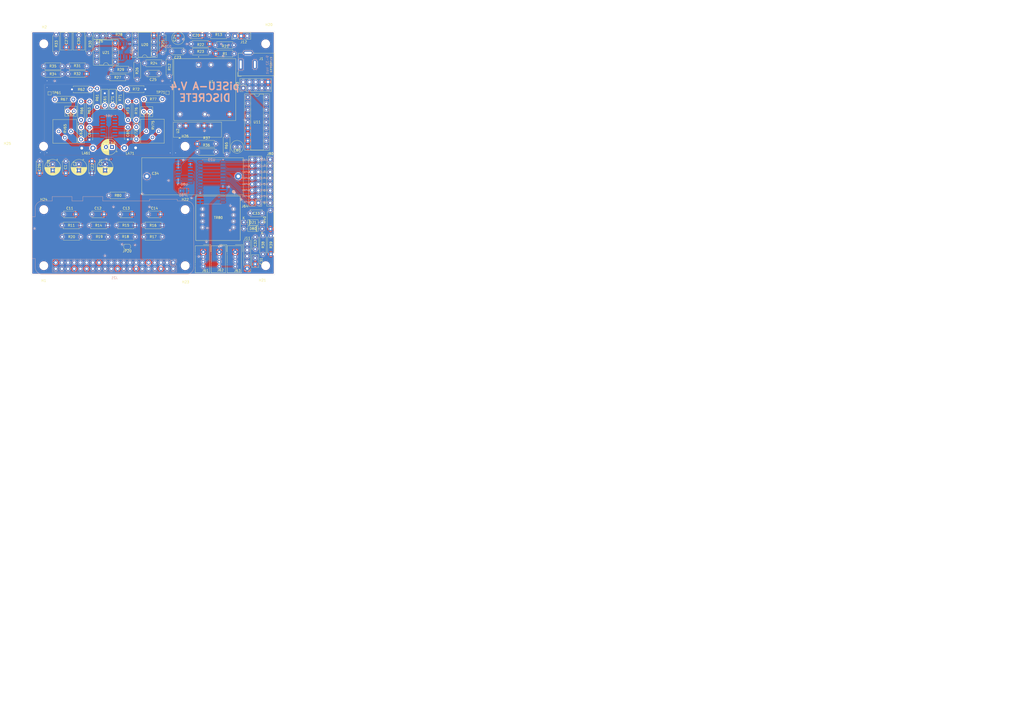
<source format=kicad_pcb>
(kicad_pcb (version 20241229) (generator "pcbnew") (generator_version "9.0")
  (title_block (title "PiSEU-A") (date "2025-11-15") (rev "2") (company "WolfHenk for I-Telex / PiTelex"))
  (layers (0 "F.Cu" signal) (4 "In1.Cu" signal) (6 "In2.Cu" signal) (2 "B.Cu" signal) (13 "F.Paste" user) (15 "B.Paste" user) (5 "F.SilkS" user "F.Silkscreen") (7 "B.SilkS" user "B.Silkscreen") (1 "F.Mask" user) (3 "B.Mask" user) (25 "Edge.Cuts" user))
  (net 0 "")
  (net 1 "-5V")
  (net 2 "+5V")
  (net 3 "/GND")
  (net 4 "Net-(J11-Pin_5)")
  (net 5 "/IN_RAW")
  (net 6 "Net-(J11-Pin_4)")
  (net 7 "Net-(J11-Pin_3)")
  (net 8 "Net-(J11-Pin_2)")
  (net 9 "/VRef")
  (net 10 "/VIN")
  (net 11 "/500HZ")
  (net 12 "Net-(U22A-Cext)")
  (net 13 "/700HZ")
  (net 14 "Net-(U22A-RCext)")
  (net 15 "/VDC1")
  (net 16 "/VDC")
  (net 17 "/LimOut")
  (net 18 "Net-(U20A--)")
  (net 19 "/SQ")
  (net 20 "/PULSE")
  (net 21 "Net-(U61C-+)")
  (net 22 "Net-(C62-Pad1)")
  (net 23 "Net-(C63-Pad2)")
  (net 24 "Net-(U61B-+)")
  (net 25 "Net-(C72-Pad1)")
  (net 26 "/VTH")
  (net 27 "Net-(C73-Pad2)")
  (net 28 "Net-(C32-Pad2)")
  (net 30 "Net-(C32-Pad1)")
  (net 31 "Net-(C33-Pad2)")
  (net 32 "Net-(C33-Pad1)")
  (net 33 "/pin_relay")
  (net 34 "/3v3")
  (net 35 "/pi-5V")
  (net 36 "/pin_txd")
  (net 37 "/pin_number_switch")
  (net 38 "/pin_power")
  (net 39 "Net-(D21-A)")
  (net 40 "Net-(C34-Pad2)")
  (net 41 "/pin_rxd")
  (net 42 "/ToneOut")
  (net 43 "Net-(C80-Pad2)")
  (net 44 "/BTN1")
  (net 45 "/UIN")
  (net 48 "/CTR")
  (net 51 "Net-(D21-K)")
  (net 56 "Net-(U1--VIN)")
  (net 58 "Net-(J13-Pin_5)")
  (net 59 "Net-(J13-Pin_1)")
  (net 61 "/TXD")
  (net 63 "Net-(J13-Pin_2)")
  (net 64 "/RelaisAUX")
  (net 65 "/BTN4")
  (net 66 "/BTN2")
  (net 67 "/BTN3")
  (net 69 "Net-(J13-Pin_3)")
  (net 70 "Net-(J13-Pin_4)")
  (net 73 "/Pi_OFF")
  (net 74 "/PI_ON")
  (net 76 "/ext_pow")
  (net 77 "Net-(J80-Pin_4)")
  (net 79 "Net-(JP80-C)")
  (net 80 "Net-(LA61-+)")
  (net 81 "Net-(LA71-+)")
  (net 82 "Net-(R61-Pad2)")
  (net 83 "Net-(R63-Pad1)")
  (net 84 "Net-(R71-Pad2)")
  (net 85 "Net-(R73-Pad1)")
  (net 86 "Net-(U80-C)")
  (net 99 "/SDA")
  (net 104 "Net-(U23-A2)")
  (net 109 "Net-(U80-B)")
  (net 110 "Net-(U80-A)")
  (net 114 "Net-(C23-Pad2)")
  (net 115 "/SEND SPACE")
  (net 116 "/SEND MARK")
  (net 117 "/GPA0")
  (net 118 "/GPA1")
  (net 119 "/GPA2")
  (net 120 "/GPA7")
  (net 121 "/GPA6")
  (net 122 "/GPA4")
  (net 123 "/GPA3")
  (net 124 "/GPA5")
  (net 125 "/GPB7")
  (net 126 "/GPB1")
  (net 127 "/GPB0")
  (net 128 "/GPB6")
  (net 129 "/GPB2")
  (net 130 "/GPB3")
  (net 131 "/GPB4")
  (net 132 "/GPB5")
  (footprint "MountingHole:MountingHole_3.2mm_M3" (layer "F.Cu") (at 75.906 108.922)
    (property "Reference" "H23")
    (property "Value" "MountingHole")
  )
  (footprint "MountingHole:MountingHole_3.2mm_M3" (layer "F.Cu") (at 75.88 59.96)
    (property "Reference" "H26")
    (property "Value" "MountingHole")
  )
  (footprint "Resistor_THT:R_Axial_DIN0207_L6.3mm_D2.5mm_P7.62mm_Horizontal" (layer "F.Cu") (at 107.83 104.23 90)
    (property "Reference" "R38")
    (property "Value" "3k3")
  )
  (footprint "Capacitor_THT:C_Rect_L41.5mm_W15.0mm_P37.50mm_MKS4" (layer "F.Cu") (at 60.19 72.27)
    (property "Reference" "C34")
    (property "Value" "1µF 630V")
  )
  (footprint "Resistor_THT:R_Axial_DIN0207_L6.3mm_D2.5mm_P7.62mm_Horizontal" (layer "F.Cu") (at 95.91 18.47 180)
    (property "Reference" "R21")
    (property "Value" "100k")
  )
  (footprint "Diode_THT:D_DO-35_SOD27_P7.62mm_Horizontal" (layer "F.Cu") (at 99.92 91.17)
    (property "Reference" "D21")
    (property "Value" "1N4148W")
  )
  (footprint "Resistor_THT:R_Axial_DIN0207_L6.3mm_D2.5mm_P7.62mm_Horizontal" (layer "F.Cu") (at 25.43 97.08)
    (property "Reference" "R20")
    (property "Value" "3k3")
  )
  (footprint "Resistor_THT:R_Axial_DIN0207_L6.3mm_D2.5mm_P7.62mm_Horizontal" (layer "F.Cu") (at 17.823 27.127)
    (property "Reference" "R35")
    (property "Value" "330k")
  )
  (footprint "Resistor_THT:R_Axial_DIN0207_L6.3mm_D2.5mm_P7.62mm_Horizontal" (layer "F.Cu") (at 52.425 41.55 -90)
    (property "Reference" "R73")
    (property "Value" "22 0.1%")
  )
  (footprint "Capacitor_THT:CP_Radial_D6.3mm_P2.50mm" (layer "F.Cu") (at 45.89 60.25 180)
    (property "Reference" "C66")
    (property "Value" "100µF")
  )
  (footprint "Capacitor_THT:C_Rect_L4.6mm_W3.8mm_P2.50mm_MKS02_FKP02" (layer "F.Cu") (at 30.225 45.58 180)
    (property "Reference" "C63")
    (property "Value" "1µF")
  )
  (footprint "Resistor_THT:R_Axial_DIN0207_L6.3mm_D2.5mm_P7.62mm_Horizontal" (layer "F.Cu") (at 93.43 14.39 180)
    (property "Reference" "R13")
    (property "Value" "10k")
  )
  (footprint "MountingHole:MountingHole_3.2mm_M3" (layer "F.Cu") (at 75.896 85.922)
    (property "Reference" "H22")
    (property "Value" "MountingHole")
  )
  (footprint "Capacitor_THT:C_Radial_D5.0mm_H7.0mm_P2.00mm" (layer "F.Cu") (at 98.2 60.16 180)
    (property "Reference" "C80")
    (property "Value" "10µF")
  )
  (footprint "Resistor_THT:R_Axial_DIN0207_L6.3mm_D2.5mm_P7.62mm_Horizontal" (layer "F.Cu") (at 37.085 36.6 180)
    (property "Reference" "R62")
    (property "Value" "22 0.1%")
  )
  (footprint "Capacitor_THT:C_Disc_D8.0mm_W2.5mm_P5.00mm" (layer "F.Cu") (at 33.185 52.16 -90)
    (property "Reference" "C62")
    (property "Value" "100nF 1%")
  )
  (footprint "Diode_THT:D_DO-35_SOD27_P7.62mm_Horizontal" (layer "F.Cu") (at 107.53 93.78 180)
    (property "Reference" "D80")
    (property "Value" "1N4148W")
  )
  (footprint "Package_DIP:DIP-8_W7.62mm_Socket" (layer "F.Cu") (at 63.1 22.09 180)
    (property "Reference" "U20")
    (property "Value" "MCP6002‑E/P")
  )
  (footprint "Resistor_THT:R_Axial_DIN0207_L6.3mm_D2.5mm_P7.62mm_Horizontal" (layer "F.Cu") (at 55.35 92.41 180)
    (property "Reference" "R15")
    (property "Value" "1k")
  )
  (footprint "Resistor_THT:R_Axial_DIN0207_L6.3mm_D2.5mm_P7.62mm_Horizontal" (layer "F.Cu") (at 36.6 97.08)
    (property "Reference" "R19")
    (property "Value" "3k3" (hide yes))
  )
  (footprint "Capacitor_THT:CP_Radial_D6.3mm_P2.50mm" (layer "F.Cu") (at 21.538 67.33 -90)
    (property "Reference" "C28")
    (property "Value" "100µF")
  )
  (footprint "Connector_PinHeader_2.54mm:PinHeader_1x08_P2.54mm_Vertical" (layer "F.Cu") (at 110.8 65.38)
    (property "Reference" "J80")
    (property "Value" "ADO 8-Dose")
  )
  (footprint "footprints:TRANS_LM-NP-1005L_BRN" (layer "F.Cu") (at 95.74 85.66 -90)
    (property "Reference" "TR80")
    (property "Value" "BOURNS LM-NP-1005-L")
  )
  (footprint "Capacitor_THT:C_Disc_D4.7mm_W2.5mm_P5.00mm" (layer "F.Cu") (at 26.916 66.01238 -90)
    (property "Reference" "C1")
    (property "Value" "100nF")
  )
  (footprint "Resistor_THT:R_Axial_DIN0207_L6.3mm_D2.5mm_P7.62mm_Horizontal" (layer "F.Cu") (at 53.24 28.48 180)
    (property "Reference" "R29")
    (property "Value" "10k")
  )
  (footprint "Capacitor_THT:C_Disc_D4.7mm_W2.5mm_P5.00mm" (layer "F.Cu") (at 37.6167 87.88)
    (property "Reference" "C12")
    (property "Value" "100nF")
  )
  (footprint "MountingHole:MountingHole_3.2mm_M3" (layer "F.Cu") (at 17.9 108.93)
    (property "Reference" "H1")
    (property "Value" "MountingHole")
  )
  (footprint "Resistor_THT:R_Axial_DIN0207_L6.3mm_D2.5mm_P7.62mm_Horizontal" (layer "F.Cu") (at 39.775 43.85 90)
    (property "Reference" "R61")
    (property "Value" "3k16 0.1%")
  )
  (footprint "Resistor_THT:R_Axial_DIN0207_L6.3mm_D2.5mm_P7.62mm_Horizontal" (layer "F.Cu") (at 22.9325 21.74 90)
    (property "Reference" "R33")
    (property "Value" "4k7")
  )
  (footprint "Connector_PinHeader_2.54mm:PinHeader_1x05_P2.54mm_Vertical" (layer "F.Cu") (at 101.35 110.13 180)
    (property "Reference" "J11")
    (property "Value" "Buttons")
  )
  (footprint "Capacitor_THT:C_Disc_D4.7mm_W2.5mm_P5.00mm" (layer "F.Cu") (at 49.2033 87.88)
    (property "Reference" "C13")
    (property "Value" "100nF")
  )
  (footprint "Package_DIP:DIP-8_W7.62mm_Socket" (layer "F.Cu") (at 47.21 25.28 180)
    (property "Reference" "U21")
    (property "Value" "LM393")
  )
  (footprint "Capacitor_THT:C_Rect_L7.0mm_W4.5mm_P5.00mm" (layer "F.Cu") (at 32.2975 14.32 -90)
    (property "Reference" "C30")
    (property "Value" "220nF")
  )
  (footprint "Capacitor_THT:C_Rect_L7.0mm_W4.5mm_P5.00mm" (layer "F.Cu") (at 27.115 14.32 -90)
    (property "Reference" "C27")
    (property "Value" "150nF")
  )
  (footprint "Resistor_THT:R_Axial_DIN0207_L6.3mm_D2.5mm_P7.62mm_Horizontal" (layer "F.Cu") (at 33.205 49.15 90)
    (property "Reference" "R66")
    (property "Value" "3k16 0.1%")
  )
  (footprint "Capacitor_THT:C_Disc_D4.7mm_W2.5mm_P5.00mm" (layer "F.Cu") (at 16.16 66.01238 -90)
    (property "Reference" "C29")
    (property "Value" "100nF")
  )
  (footprint "Connector_PinHeader_2.54mm:PinHeader_2x05_P2.54mm_Vertical" (layer "F.Cu") (at 99.74 36.09 90)
    (property "Reference" "J13")
    (property "Value" "Outputs")
  )
  (footprint "MountingHole:MountingHole_3.2mm_M3" (layer "F.Cu") (at 17.906 85.932)
    (property "Reference" "H24")
    (property "Value" "MountingHole")
  )
  (footprint "Resistor_THT:R_Axial_DIN0207_L6.3mm_D2.5mm_P7.62mm_Horizontal" (layer "F.Cu") (at 111.06 104.25 90)
    (property "Reference" "R39")
    (property "Value" "1k6")
  )
  (footprint "Capacitor_THT:C_Disc_D8.0mm_W2.5mm_P5.00mm" (layer "F.Cu") (at 55.845 52.09 -90)
    (property "Reference" "C72")
    (property "Value" "100nF 1%")
  )
  (footprint "Capacitor_THT:C_Disc_D4.7mm_W2.5mm_P5.00mm" (layer "F.Cu") (at 65.22 30.09 180)
    (property "Reference" "C25")
    (property "Value" "100nF")
  )
  (footprint "Capacitor_THT:C_Disc_D4.7mm_W2.5mm_P5.00mm" (layer "F.Cu") (at 52.365 52.15 -90)
    (property "Reference" "C65")
    (property "Value" "100nF")
  )
  (footprint "Resistor_THT:R_Axial_DIN0207_L6.3mm_D2.5mm_P7.62mm_Horizontal" (layer "F.Cu") (at 35.458 27.123 180)
    (property "Reference" "R31")
    (property "Value" "27k")
  )
  (footprint "Resistor_THT:R_Axial_DIN0207_L6.3mm_D2.5mm_P7.62mm_Horizontal" (layer "F.Cu") (at 56.23 32.55 90)
    (property "Reference" "R26")
    (property "Value" "47k")
  )
  (footprint "Capacitor_THT:C_Disc_D4.7mm_W2.5mm_P5.00mm" (layer "F.Cu") (at 77.95 14.39)
    (property "Reference" "C20")
    (property "Value" "100nF")
  )
  (footprint "Connector:NS-Tech_Grove_1x04_P2mm_Vertical" (layer "F.Cu") (at 96.4417 103.28)
    (property "Reference" "J63")
    (property "Value" "I2C GROVE")
  )
  (footprint "Capacitor_THT:C_Disc_D5.0mm_W2.5mm_P2.50mm" (layer "F.Cu") (at 104.64 105.8 -90)
    (property "Reference" "C31")
    (property "Value" "10nF")
  )
  (footprint "MountingHole:MountingHole_3.2mm_M3" (layer "F.Cu") (at 17.9 17.9)
    (property "Reference" "H2")
    (property "Value" "MountingHole")
  )
  (footprint "Potentiometer_THT:Potentiometer_Bourns_3386P_Vertical" (layer "F.Cu") (at 23.975 53.85 -90)
    (property "Reference" "RV65")
    (property "Value" "500")
  )
  (footprint "Resistor_THT:R_Axial_DIN0207_L6.3mm_D2.5mm_P7.62mm_Horizontal" (layer "F.Cu") (at 96.03 21.92 180)
    (property "Reference" "R1")
    (property "Value" "3k3")
  )
  (footprint "Resistor_THT:R_Axial_DIN0207_L6.3mm_D2.5mm_P7.62mm_Horizontal" (layer "F.Cu") (at 69.43 31.25 90)
    (property "Reference" "R12")
    (property "Value" "10k")
  )
  (footprint "Resistor_THT:R_Axial_DIN0207_L6.3mm_D2.5mm_P7.62mm_Horizontal" (layer "F.Cu") (at 44.54 80.1)
    (property "Reference" "R80")
    (property "Value" "200")
  )
  (footprint "MountingHole:MountingHole_3.2mm_M3" (layer "F.Cu") (at 17.8 59.96)
    (property "Reference" "H25")
    (property "Value" "MountingHole")
  )
  (footprint "Resistor_THT:R_Axial_DIN0207_L6.3mm_D2.5mm_P7.62mm_Horizontal" (layer "F.Cu") (at 66.52 92.41 180)
    (property "Reference" "R16")
    (property "Value" "1k")
  )
  (footprint "Connector:NS-Tech_Grove_1x04_P2mm_Vertical" (layer "F.Cu") (at 89.9 103.28)
    (property "Reference" "J62")
    (property "Value" "I2C GROVE")
  )
  (footprint "Capacitor_THT:C_Disc_D4.7mm_W2.5mm_P5.00mm" (layer "F.Cu") (at 102.52 87.44)
    (property "Reference" "C33")
    (property "Value" "1.5nF")
  )
  (footprint "Resistor_THT:R_Axial_DIN0207_L6.3mm_D2.5mm_P7.62mm_Horizontal" (layer "F.Cu") (at 80.88 58.94)
    (property "Reference" "R37")
    (property "Value" "1k")
  )
  (footprint "Resistor_THT:R_Axial_DIN0207_L6.3mm_D2.5mm_P7.62mm_Horizontal" (layer "F.Cu") (at 85.97 17.96 180)
    (property "Reference" "R22")
    (property "Value" "100k")
  )
  (footprint "Resistor_THT:R_Axial_DIN0207_L6.3mm_D2.5mm_P7.62mm_Horizontal" (layer "F.Cu") (at 86.02 21.14 180)
    (property "Reference" "R23")
    (property "Value" "1k6")
  )
  (footprint "Resistor_THT:R_Axial_DIN0207_L6.3mm_D2.5mm_P7.62mm_Horizontal" (layer "F.Cu") (at 51.935 36.53)
    (property "Reference" "R72")
    (property "Value" "22 0.1%")
  )
  (footprint "Resistor_THT:R_Axial_DIN0207_L6.3mm_D2.5mm_P7.62mm_Horizontal" (layer "F.Cu") (at 58.94 97.08)
    (property "Reference" "R17")
    (property "Value" "3k3")
  )
  (footprint "Capacitor_THT:C_Disc_D4.7mm_W2.5mm_P5.00mm" (layer "F.Cu") (at 26.03 87.88)
    (property "Reference" "C11")
    (property "Value" "100nF")
  )
  (footprint "Resistor_THT:R_Axial_DIN0207_L6.3mm_D2.5mm_P7.62mm_Horizontal" (layer "F.Cu") (at 36.625 41.6 -90)
    (property "Reference" "R63")
    (property "Value" "22 0.1%")
  )
  (footprint "Capacitor_THT:C_Disc_D5.0mm_W2.5mm_P2.50mm" (layer "F.Cu") (at 39.6625 14.57)
    (property "Reference" "C26")
    (property "Value" "10nF")
  )
  (footprint "Connector_PinHeader_2.54mm:PinHeader_2x08_P2.54mm_Vertical" (layer "F.Cu") (at 105.935 83.14 180)
    (property "Reference" "J64")
    (property "Value" "I2C-OUTPUTS")
  )
  (footprint "MountingHole:MountingHole_3.2mm_M3" (layer "F.Cu") (at 108.92 108.92)
    (property "Reference" "H21")
    (property "Value" "MountingHole")
  )
  (footprint "Capacitor_THT:C_Radial_D5.0mm_H7.0mm_P2.00mm" (layer "F.Cu") (at 72.97 16.59 90)
    (property "Reference" "C24")
    (property "Value" "10µF")
  )
  (footprint "Resistor_THT:R_Axial_DIN0207_L6.3mm_D2.5mm_P7.62mm_Horizontal" (layer "F.Cu") (at 66.565 40.62 180)
    (property "Reference" "R77")
    (property "Value" "1k")
  )
  (footprint "Connector:NS-Tech_Grove_1x04_P2mm_Vertical" (layer "F.Cu") (at 83.3583 103.28)
    (property "Reference" "J61")
    (property "Value" "I2C GROVE")
  )
  (footprint "REC10K-2405SAW_H2:CONV_REC10K-2405SAW_H2" (layer "F.Cu") (at 83.96 36.67 -90)
    (property "Reference" "U1")
    (property "Value" "REC10K-2405SAW_H2")
  )
  (footprint "Resistor_THT:R_Axial_DIN0207_L6.3mm_D2.5mm_P7.62mm_Horizontal" (layer "F.Cu") (at 52 31.71 180)
    (property "Reference" "R27")
    (property "Value" "1000k")
  )
  (footprint "Capacitor_THT:C_Disc_D8.0mm_W2.5mm_P5.00mm" (layer "F.Cu") (at 46.155 43.18 90)
    (property "Reference" "C71")
    (property "Value" "100nF 1%")
  )
  (footprint "Capacitor_THT:CP_Radial_D6.3mm_P2.50mm" (layer "F.Cu") (at 32.294 67.33 -90)
    (property "Reference" "C2")
    (property "Value" "100µF")
  )
  (footprint "Jumper:SolderJumper-2_P1.3mm_Open_RoundedPad1.0x1.5mm" (layer "F.Cu") (at 52.096 101.132 180)
    (property "Reference" "JP20")
    (property "Value" "NumSw")
  )
  (footprint "Capacitor_THT:C_Disc_D4.7mm_W2.5mm_P5.00mm" (layer "F.Cu") (at 60.79 87.88)
    (property "Reference" "C14")
    (property "Value" "100nF")
  )
  (footprint "Capacitor_THT:C_Disc_D4.7mm_W2.5mm_P5.00mm" (layer "F.Cu") (at 104.66 102.17 90)
    (property "Reference" "C32")
    (property "Value" "100nF")
  )
  (footprint "Resistor_THT:R_Axial_DIN0207_L6.3mm_D2.5mm_P7.62mm_Horizontal" (layer "F.Cu") (at 35.448 30.253 180)
    (property "Reference" "R32")
    (property "Value" "10k")
  )
  (footprint "Resistor_THT:R_Axial_DIN0207_L6.3mm_D2.5mm_P7.62mm_Horizontal" (layer "F.Cu") (at 80.91 62.27)
    (property "Reference" "R36")
    (property "Value" "22k")
  )
  (footprint "Capacitor_THT:CP_Radial_D6.3mm_P2.50mm" (layer "F.Cu") (at 43.05 67.33 -90)
    (property "Reference" "C21")
    (property "Value" "100µF")
  )
  (footprint "Resistor_THT:R_Axial_DIN0207_L6.3mm_D2.5mm_P7.62mm_Horizontal" (layer "F.Cu") (at 25.478 30.293 180)
    (property "Reference" "R34")
    (property "Value" "10k")
  )
  (footprint "Capacitor_THT:C_Rect_L4.6mm_W3.8mm_P2.50mm_MKS02_FKP02" (layer "F.Cu") (at 58.895 45.78)
    (property "Reference" "C73")
    (property "Value" "1µF")
  )
  (footprint "Connector_PinHeader_2.54mm:PinHeader_1x03_P2.54mm_Vertical" (layer "F.Cu") (at 96.3233 14.66 90)
    (property "Reference" "J12")
    (property "Value" "Conn_01x03_Pin")
  )
  (footprint "Capacitor_THT:C_Disc_D4.7mm_W2.5mm_P5.00mm" (layer "F.Cu") (at 37.672 71.01238 90)
    (property "Reference" "C22")
    (property "Value" "100nF")
  )
  (footprint "Resistor_THT:R_Axial_DIN0207_L6.3mm_D2.5mm_P7.62mm_Horizontal" (layer "F.Cu") (at 36.48 14.12 -90)
    (property "Reference" "R30")
    (property "Value" "10k")
  )
  (footprint "Converter_DCDC:Converter_DCDC_TRACO_TBA1-xxxxE_Dual_THT" (layer "F.Cu") (at 73.6 51.47 90)
    (property "Reference" "U2")
    (property "Value" "TBA1-0521E")
  )
  (footprint "TestPoint:TestPoint_Pad_1.0x1.0mm" (layer "F.Cu") (at 68.685 38 180)
    (property "Reference" "TP71")
    (property "Value" "700Hz")
  )
  (footprint "Resistor_THT:R_Axial_DIN0207_L6.3mm_D2.5mm_P7.62mm_Horizontal" (layer "F.Cu") (at 33.01 92.41 180)
    (property "Reference" "R11")
    (property "Value" "1k")
  )
  (footprint "Resistor_THT:R_Axial_DIN0207_L6.3mm_D2.5mm_P7.62mm_Horizontal" (layer "F.Cu") (at 110.89 93.86 90)
    (property "Reference" "R40")
    (property "Value" "330")
  )
  (footprint "Resistor_THT:R_Axial_DIN0207_L6.3mm_D2.5mm_P7.62mm_Horizontal" (layer "F.Cu") (at 49.255 43.79 90)
    (property "Reference" "R71")
    (property "Value" "2k26 0.1%")
  )
  (footprint "Connector_Wire:SolderWire-0.5sqmm_1x02_P4.6mm_D0.9mm_OD2.1mm" (layer "F.Cu") (at 33.465 60.7)
    (property "Reference" "LA61")
    (property "Value" "Lamp 3V 0.01A")
  )
  (footprint "Resistor_THT:R_Axial_DIN0207_L6.3mm_D2.5mm_P7.62mm_Horizontal" (layer "F.Cu") (at 66.67 21.49 90)
    (property "Reference" "R25")
    (property "Value" "1k")
  )
  (footprint "Connector_BarrelJack:BarrelJack_Wuerth_6941xx301002" (layer "F.Cu") (at 98.69 26.38 90)
    (property "Reference" "J1")
    (property "Value" "9-32v DC")
  )
  (footprint "Capacitor_THT:C_Disc_D8.0mm_W2.5mm_P5.00mm" (layer "F.Cu") (at 42.915 43.19 90)
    (property "Reference" "C61")
    (property "Value" "100nF 1%")
  )
  (footprint "Resistor_THT:R_Axial_DIN0207_L6.3mm_D2.5mm_P7.62mm_Horizontal" (layer "F.Cu") (at 52.53 14.49 180)
    (property "Reference" "R28")
    (property "Value" "22k")
  )
  (footprint "Resistor_THT:R_Axial_DIN0207_L6.3mm_D2.5mm_P7.62mm_Horizontal" (layer "F.Cu") (at 47.77 97.08)
    (property "Reference" "R18")
    (property "Value" "3k3")
  )
  (footprint "Capacitor_THT:C_Disc_D4.7mm_W2.5mm_P5.00mm" (layer "F.Cu") (at 75.33 21 180)
    (property "Reference" "C23")
    (property "Value" "100nF")
  )
  (footprint "Resistor_THT:R_Axial_DIN0207_L6.3mm_D2.5mm_P7.62mm_Horizontal" (layer "F.Cu") (at 22.395 40.74)
    (property "Reference" "R67")
    (property "Value" "1k")
  )
  (footprint "Capacitor_THT:C_Disc_D4.7mm_W2.5mm_P5.00mm" (layer "F.Cu") (at 36.635 57.26 90)
    (property "Reference" "C64")
    (property "Value" "100nF")
  )
  (footprint "Package_DIP:DIP-18_W7.62mm_Socket" (layer "F.Cu") (at 101.58 39.83)
    (property "Reference" "U11")
    (property "Value" "ULN2803A")
  )
  (footprint "MountingHole:MountingHole_3.2mm_M3" (layer "F.Cu") (at 108.92 17.9)
    (property "Reference" "H20")
    (property "Value" "MountingHole")
  )
  (footprint "Potentiometer_THT:Potentiometer_Bourns_3386P_Vertical" (layer "F.Cu") (at 59.945 53.77 -90)
    (property "Reference" "RV75")
    (property "Value" "500")
  )
  (footprint "TestPoint:TestPoint_Pad_1.0x1.0mm" (layer "F.Cu") (at 20.315 38.2 180)
    (property "Reference" "TP61")
    (property "Value" "500Hz")
  )
  (footprint "Connector_Wire:SolderWire-0.5sqmm_1x02_P4.6mm_D0.9mm_OD2.1mm" (layer "F.Cu") (at 55.565 60.58 180)
    (property "Reference" "LA71")
    (property "Value" "Lamp 3V 0.01A")
  )
  (footprint "Resistor_THT:R_Axial_DIN0207_L6.3mm_D2.5mm_P7.62mm_Horizontal" (layer "F.Cu") (at 92.93 55.65 -90)
    (property "Reference" "R65")
    (property "Value" "10k")
  )
  (footprint "Resistor_THT:R_Axial_DIN0207_L6.3mm_D2.5mm_P7.62mm_Horizontal" (layer "F.Cu") (at 66.87 25.88 180)
    (property "Reference" "R24")
    (property "Value" "1k")
  )
  (footprint "Resistor_THT:R_Axial_DIN0207_L6.3mm_D2.5mm_P7.62mm_Horizontal" (layer "F.Cu") (at 55.835 49.08 90)
    (property "Reference" "R76")
    (property "Value" "2k26 0.1%")
  )
  (footprint "Resistor_THT:R_Axial_DIN0207_L6.3mm_D2.5mm_P7.62mm_Horizontal" (layer "F.Cu") (at 44.18 92.41 180)
    (property "Reference" "R14")
    (property "Value" "1k")
  )
  (footprint "Jumper:SolderJumper-3_P1.3mm_Bridged12_Pad1.0x1.5mm" (layer "B.Cu") (at 75.24 78.23)
    (property "Reference" "JP80")
    (property "Value" "PosNeg")
  )
  (footprint "Package_SO:SOIC-16_3.9x9.9mm_P1.27mm" (layer "B.Cu") (at 75.535 70.495)
    (property "Reference" "U80")
    (property "Value" "CD4053B")
  )
  (footprint "Package_SO:SSOP-8_3.9x5.05mm_P1.27mm" (layer "B.Cu") (at 51.265 20.595 90)
    (property "Reference" "U22")
    (property "Value" "74LVC1G123")
  )
  (footprint "Package_SO:SOIC-14_3.9x8.7mm_P1.27mm" (layer "B.Cu") (at 44.58 51.86 180)
    (property "Reference" "U61")
    (property "Value" "OPA1679")
  )
  (footprint "Module:Raspberry_Pi_Zero_Socketed_THT_FaceDown_MountingHoles" (layer "B.Cu") (at 71.03 107.66 90)
    (property "Reference" "J21")
    (property "Value" "Raspberry_Pi_2x20_SMD_Passthrough")
  )
  (footprint "Package_SO:SOIC-28W_7.5x17.9mm_P1.27mm" (layer "B.Cu") (at 86.74 74.575 180)
    (property "Reference" "U23")
    (property "Value" "MCP23017_SO")
  )
  (footprint "Package_TO_SOT_SMD:SOT-23" (layer "B.Cu") (at 67.26 17.48)
    (property "Reference" "D20")
    (property "Value" "BAT54S")
  )
  (gr_rect (start 12.7 12.7) (end 112.7 112.7) (stroke (width 0.05)) (fill no) (layer "Edge.Cuts"))
  (gr_text "1\n\n2\n\n3\n\n4\n\n5\n\n6\n\n7\n\n8" (at 107.92 83.71 0) (layer "F.SilkS") (effects (font (size 0.8 1) (thickness 0.1)) (justify left bottom)))
  (gr_text "center +" (at 111.56 29.72 90) (layer "F.SilkS") (effects (font (size 1 1) (thickness 0.1)) (justify left bottom)))
  (gr_text "GPA0\n\nGPA1\n\nGPA2\n\nGPA3\n\nGPA4\n\nGPA5\n\nGPA6\n\nGPA7\n" (at 109.82 83.27 0) (layer "B.SilkS") (effects (font (size 0.762 0.762) (thickness 0.1)) (justify left bottom mirror)))
  (gr_text "GPB0\n\nGPB1\n\nGPB2\n\nGPB3\n\nGPB4\n\nGPB5\n\nGPB6\n\nGPB7\n" (at 102.4 83.27 0) (layer "B.SilkS") (effects (font (size 0.762 0.762) (thickness 0.1)) (justify left bottom mirror)))
  (gr_text "piSEU-A V.4\nDISCRETE" (at 83.99 37.7 0) (layer "B.SilkS") (effects (font (size 3 3) (thickness 0.6) (bold yes)) (justify mirror)))
  (gr_text "9-32 Volt" (at 110.22 22.56 90) (layer "B.SilkS") (effects (font (size 1 1) (thickness 0.1)) (justify left bottom mirror)))
  (gr_text "center +" (at 111.71 23.17 90) (layer "B.SilkS") (effects (font (size 1 1) (thickness 0.1)) (justify left bottom mirror)))
  (segment (start 81.22 51.47) (end 83.34 53.59) (width 0.2) (layer "F.Cu") (net 1))
  (segment (start 83.34 53.59) (end 83.8 53.59) (width 0.2) (layer "F.Cu") (net 1))
  (via (at 43.575 65.21) (size 0.6) (drill 0.3) (layers "F.Cu" "B.Cu") (net 1))
  (via (at 83.8 53.59) (size 0.6) (drill 0.3) (layers "F.Cu" "B.Cu") (net 1))
  (via (at 73.06 67.32) (size 0.6) (drill 0.3) (layers "F.Cu" "B.Cu") (net 1))
  (segment (start 36.635 52.26) (end 41.705 52.26) (width 0.2) (layer "B.Cu") (net 1))
  (segment (start 43.27 51.86) (end 43.78 52.37) (width 0.2) (layer "B.Cu") (net 1))
  (segment (start 43.78 59.86) (end 43.39 60.25) (width 0.2) (layer "B.Cu") (net 1))
  (segment (start 42.105 51.86) (end 43.27 51.86) (width 0.2) (layer "B.Cu") (net 1))
  (segment (start 41.705 52.26) (end 42.105 51.86) (width 0.2) (layer "B.Cu") (net 1))
  (segment (start 43.78 52.37) (end 43.78 59.86) (width 0.2) (layer "B.Cu") (net 1))
  (via (at 45.575 65.23) (size 0.6) (drill 0.3) (layers "F.Cu" "B.Cu") (net 2))
  (via (at 73.94 78.23) (size 0.6) (drill 0.3) (layers "F.Cu" "B.Cu") (net 2))
  (segment (start 52.365 52.15) (end 47.345 52.15) (width 0.2) (layer "B.Cu") (net 2))
  (segment (start 47.345 52.15) (end 47.055 51.86) (width 0.2) (layer "B.Cu") (net 2))
  (segment (start 47.055 51.86) (end 45.85 51.86) (width 0.2) (layer "B.Cu") (net 2))
  (segment (start 73.94 78.23) (end 73.94 77.85) (width 0.2) (layer "B.Cu") (net 2))
  (segment (start 45.377995 59.737995) (end 45.89 60.25) (width 0.2) (layer "B.Cu") (net 2))
  (segment (start 45.377995 52.332005) (end 45.377995 59.737995) (width 0.2) (layer "B.Cu") (net 2))
  (segment (start 45.85 51.86) (end 45.377995 52.332005) (width 0.2) (layer "B.Cu") (net 2))
  (segment (start 76.85 74.94) (end 78.01 74.94) (width 0.2) (layer "B.Cu") (net 2))
  (segment (start 73.94 77.85) (end 76.85 74.94) (width 0.2) (layer "B.Cu") (net 2))
  (via (at 69.77 62.65) (size 0.6) (drill 0.3) (layers "F.Cu" "B.Cu") (net 3))
  (via (at 71.96 62.65) (size 0.6) (drill 0.3) (layers "F.Cu" "B.Cu") (net 3))
  (via (at 19.175 62.56) (size 0.6) (drill 0.3) (layers "F.Cu" "B.Cu") (net 3))
  (via (at 69.855 33.12) (size 0.6) (drill 0.3) (layers "F.Cu" "B.Cu") (net 3))
  (via (at 19.255 35.81) (size 0.6) (drill 0.3) (layers "F.Cu" "B.Cu") (net 3))
  (via (at 69.865 35.38) (size 0.6) (drill 0.3) (layers "F.Cu" "B.Cu") (net 3))
  (via (at 16.495 62.54) (size 0.6) (drill 0.3) (layers "F.Cu" "B.Cu") (net 3))
  (via (at 73.06 66.05) (size 0.6) (drill 0.3) (layers "F.Cu" "B.Cu") (net 3))
  (via (at 19.235 33.07) (size 0.6) (drill 0.3) (layers "F.Cu" "B.Cu") (net 3))
  (via (at 73.06 68.59) (size 0.6) (drill 0.3) (layers "F.Cu" "B.Cu") (net 3))
  (via (at 84.9698 93.4822) (size 0.6) (drill 0.3) (layers "F.Cu" "B.Cu") (net 5))
  (via (at 94.3472 94.3446) (size 0.6) (drill 0.3) (layers "F.Cu" "B.Cu") (net 6))
  (segment (start 47.77 97.08) (end 51.9685 97.08) (width 0.2) (layer "F.Cu") (net 7))
  (segment (start 51.9685 97.08) (end 55.333 100.4445) (width 0.2) (layer "F.Cu") (net 7))
  (via (at 55.333 100.4445) (size 0.6) (drill 0.3) (layers "F.Cu" "B.Cu") (net 7))
  (segment (start 66.3225 14.2175) (end 66.3225 16.53) (width 0.2) (layer "B.Cu") (net 9))
  (segment (start 66.67 13.87) (end 66.3225 14.2175) (width 0.2) (layer "B.Cu") (net 9))
  (segment (start 66.3225 18.43) (end 66.3225 16.53) (width 0.2) (layer "B.Cu") (net 9))
  (segment (start 22.395 40.74) (end 20.315 38.66) (width 0.2) (layer "F.Cu") (net 11))
  (segment (start 20.315 38.66) (end 20.315 38.2) (width 0.2) (layer "F.Cu") (net 11))
  (via (at 73.03 74.96) (size 0.6) (drill 0.3) (layers "F.Cu" "B.Cu") (net 11))
  (via (at 22.395 33.12) (size 0.6) (drill 0.3) (layers "F.Cu" "B.Cu") (net 11))
  (segment (start 73.952654 74.96) (end 74.582654 74.33) (width 0.2) (layer "B.Cu") (net 11))
  (segment (start 78.966968 74.33) (end 79.686 73.610968) (width 0.2) (layer "B.Cu") (net 11))
  (segment (start 78.984999 69.86) (end 78.01 69.86) (width 0.2) (layer "B.Cu") (net 11))
  (segment (start 74.582654 74.33) (end 78.966968 74.33) (width 0.2) (layer "B.Cu") (net 11))
  (segment (start 73.03 74.96) (end 73.952654 74.96) (width 0.2) (layer "B.Cu") (net 11))
  (segment (start 79.686 73.610968) (end 79.686 70.561001) (width 0.2) (layer "B.Cu") (net 11))
  (segment (start 79.686 70.561001) (end 78.984999 69.86) (width 0.2) (layer "B.Cu") (net 11))
  (segment (start 50.63 17.773032) (end 50.63 17.92) (width 0.2) (layer "B.Cu") (net 12))
  (segment (start 42.1625 14.57) (end 43.1835 15.591) (width 0.2) (layer "B.Cu") (net 12))
  (segment (start 43.1835 15.591) (end 48.447968 15.591) (width 0.2) (layer "B.Cu") (net 12))
  (segment (start 48.447968 15.591) (end 50.63 17.773032) (width 0.2) (layer "B.Cu") (net 12))
  (segment (start 68.685 38.5) (end 68.685 38) (width 0.2) (layer "F.Cu") (net 13))
  (segment (start 66.565 40.62) (end 68.685 38.5) (width 0.2) (layer "F.Cu") (net 13))
  (via (at 73.05 73.66) (size 0.6) (drill 0.3) (layers "F.Cu" "B.Cu") (net 13))
  (via (at 66.565 33.13) (size 0.6) (drill 0.3) (layers "F.Cu" "B.Cu") (net 13))
  (segment (start 79.286 71.431001) (end 79.286 72.740968) (width 0.2) (layer "B.Cu") (net 13))
  (segment (start 78.957968 73.069) (end 73.641 73.069) (width 0.2) (layer "B.Cu") (net 13))
  (segment (start 79.286 72.740968) (end 78.957968 73.069) (width 0.2) (layer "B.Cu") (net 13))
  (segment (start 78.984999 71.13) (end 79.286 71.431001) (width 0.2) (layer "B.Cu") (net 13))
  (segment (start 78.01 71.13) (end 78.984999 71.13) (width 0.2) (layer "B.Cu") (net 13))
  (segment (start 73.641 73.069) (end 73.05 73.66) (width 0.2) (layer "B.Cu") (net 13))
  (segment (start 49.244999 14.49) (end 51.9 17.145001) (width 0.2) (layer "B.Cu") (net 14))
  (segment (start 51.9 17.145001) (end 51.9 17.92) (width 0.2) (layer "B.Cu") (net 14))
  (segment (start 44.91 14.49) (end 49.244999 14.49) (width 0.2) (layer "B.Cu") (net 14))
  (via (at 50.24 19.55) (size 0.6) (drill 0.3) (layers "F.Cu" "B.Cu") (net 17))
  (via (at 54.4455 20.6442) (size 0.6) (drill 0.3) (layers "F.Cu" "B.Cu") (net 17))
  (segment (start 49.59 20.2) (end 50.24 19.55) (width 0.2) (layer "B.Cu") (net 17))
  (segment (start 64.1085 22.09) (end 68.1975 18.001) (width 0.2) (layer "B.Cu") (net 17))
  (segment (start 47.21 20.2) (end 49.59 20.2) (width 0.2) (layer "B.Cu") (net 17))
  (segment (start 68.1975 18.001) (end 68.1975 17.48) (width 0.2) (layer "B.Cu") (net 17))
  (segment (start 63.1 22.09) (end 64.1085 22.09) (width 0.2) (layer "B.Cu") (net 17))
  (segment (start 47.21 25.28) (end 47.21 26.89) (width 0.2) (layer "B.Cu") (net 19))
  (segment (start 47.21 26.89) (end 45.62 28.48) (width 0.2) (layer "B.Cu") (net 19))
  (segment (start 51.9 23.27) (end 51.9 24.044999) (width 0.2) (layer "B.Cu") (net 19))
  (segment (start 44.38 29.76) (end 44.38 31.71) (width 0.2) (layer "B.Cu") (net 19))
  (segment (start 45.62 28.48) (end 45.62 28.52) (width 0.2) (layer "B.Cu") (net 19))
  (segment (start 45.62 28.52) (end 44.38 29.76) (width 0.2) (layer "B.Cu") (net 19))
  (segment (start 50.664999 25.28) (end 47.21 25.28) (width 0.2) (layer "B.Cu") (net 19))
  (segment (start 51.9 24.044999) (end 50.664999 25.28) (width 0.2) (layer "B.Cu") (net 19))
  (segment (start 39.44 18.78) (end 36.48 21.74) (width 0.2) (layer "B.Cu") (net 20))
  (segment (start 49.36 17.92) (end 48.5 18.78) (width 0.2) (layer "B.Cu") (net 20))
  (segment (start 48.5 18.78) (end 39.44 18.78) (width 0.2) (layer "B.Cu") (net 20))
  (segment (start 39.775 43.85) (end 42.255 43.85) (width 0.2) (layer "B.Cu") (net 21))
  (segment (start 35.085 50.76) (end 35.085 52.37) (width 0.2) (layer "B.Cu") (net 21))
  (segment (start 35.085 52.37) (end 36.435 53.72) (width 0.2) (layer "B.Cu") (net 21))
  (segment (start 36.625 49.22) (end 36.625 47) (width 0.2) (layer "B.Cu") (net 21))
  (segment (start 36.625 47) (end 39.775 43.85) (width 0.2) (layer "B.Cu") (net 21))
  (segment (start 36.625 49.22) (end 35.085 50.76) (width 0.2) (layer "B.Cu") (net 21))
  (segment (start 42.255 43.85) (end 42.915 43.19) (width 0.2) (layer "B.Cu") (net 21))
  (segment (start 36.435 53.72) (end 41.515 53.72) (width 0.2) (layer "B.Cu") (net 21))
  (segment (start 41.515 53.72) (end 42.105 53.13) (width 0.2) (layer "B.Cu") (net 21))
  (segment (start 33.185 49.17) (end 33.205 49.15) (width 0.2) (layer "B.Cu") (net 22))
  (segment (start 33.185 52.16) (end 33.185 49.17) (width 0.2) (layer "B.Cu") (net 22))
  (segment (start 30.015 40.74) (end 30.015 43.29) (width 0.2) (layer "B.Cu") (net 23))
  (segment (start 30.015 43.29) (end 27.725 45.58) (width 0.2) (layer "B.Cu") (net 23))
  (segment (start 53.955 50.7) (end 53.955 52.1171) (width 0.2) (layer "B.Cu") (net 24))
  (segment (start 49.255 43.79) (end 46.765 43.79) (width 0.2) (layer "B.Cu") (net 24))
  (segment (start 52.425 49.17) (end 53.955 50.7) (width 0.2) (layer "B.Cu") (net 24))
  (segment (start 52.425 46.96) (end 49.255 43.79) (width 0.2) (layer "B.Cu") (net 24))
  (segment (start 52.821 53.251) (end 47.176 53.251) (width 0.2) (layer "B.Cu") (net 24))
  (segment (start 46.765 43.79) (end 46.155 43.18) (width 0.2) (layer "B.Cu") (net 24))
  (segment (start 52.425 49.17) (end 52.425 46.96) (width 0.2) (layer "B.Cu") (net 24))
  (segment (start 47.176 53.251) (end 47.055 53.13) (width 0.2) (layer "B.Cu") (net 24))
  (segment (start 53.955 52.1171) (end 52.821 53.251) (width 0.2) (layer "B.Cu") (net 24))
  (segment (start 55.845 49.09) (end 55.835 49.08) (width 0.2) (layer "B.Cu") (net 25))
  (segment (start 55.845 52.09) (end 55.845 49.09) (width 0.2) (layer "B.Cu") (net 25))
  (segment (start 58.945 40.62) (end 58.945 43.33) (width 0.2) (layer "B.Cu") (net 27))
  (segment (start 58.945 43.33) (end 61.395 45.78) (width 0.2) (layer "B.Cu") (net 27))
  (via (at 81.4898 105.159) (size 0.6) (drill 0.3) (layers "F.Cu" "B.Cu") (net 33))
  (via (at 85.55 47.2182) (size 0.6) (drill 0.3) (layers "F.Cu" "B.Cu") (net 33))
  (segment (start 79.53 105.49) (end 80 105.96) (width 0.2) (layer "F.Cu") (net 34))
  (segment (start 71.41 105.49) (end 79.53 105.49) (width 0.2) (layer "F.Cu") (net 34))
  (segment (start 51.861 108.811) (end 69.879 108.811) (width 0.2) (layer "F.Cu") (net 34))
  (segment (start 80 105.96) (end 80.07 105.89) (width 0.2) (layer "F.Cu") (net 34))
  (segment (start 71.03 107.66) (end 71.03 105.87) (width 0.2) (layer "F.Cu") (net 34))
  (segment (start 71.03 105.87) (end 71.41 105.49) (width 0.2) (layer "F.Cu") (net 34))
  (segment (start 80.07 105.89) (end 82.7483 105.89) (width 0.2) (layer "F.Cu") (net 34))
  (segment (start 69.879 108.811) (end 71.03 107.66) (width 0.2) (layer "F.Cu") (net 34))
  (segment (start 82.7483 105.89) (end 83.3583 105.28) (width 0.2) (layer "F.Cu") (net 34))
  (segment (start 50.71 107.66) (end 51.861 108.811) (width 0.2) (layer "F.Cu") (net 34))
  (via (at 53.17 17.92) (size 0.6) (drill 0.3) (layers "F.Cu" "B.Cu") (net 34))
  (via (at 76.59 18) (size 0.6) (drill 0.3) (layers "F.Cu" "B.Cu") (net 34))
  (via (at 91.39 76.48) (size 0.6) (drill 0.3) (layers "F.Cu" "B.Cu") (net 34))
  (via (at 75.09 16.01) (size 0.6) (drill 0.3) (layers "F.Cu" "B.Cu") (net 34))
  (segment (start 51.035001 22.09) (end 55.48 22.09) (width 0.2) (layer "B.Cu") (net 34))
  (segment (start 53.17 17.92) (end 53.17 18.44) (width 0.2) (layer "B.Cu") (net 34))
  (segment (start 50.63 20.98) (end 50.63 23.27) (width 0.2) (layer "B.Cu") (net 34))
  (segment (start 50.63 22.495001) (end 51.035001 22.09) (width 0.2) (layer "B.Cu") (net 34))
  (segment (start 50.63 23.27) (end 50.63 22.495001) (width 0.2) (layer "B.Cu") (net 34))
  (segment (start 53.17 18.44) (end 50.63 20.98) (width 0.2) (layer "B.Cu") (net 34))
  (via (at 69.12 73.97) (size 0.6) (drill 0.3) (layers "F.Cu" "B.Cu") (net 35))
  (via (at 96.1882 79.027) (size 0.6) (drill 0.3) (layers "F.Cu" "B.Cu") (net 36))
  (via (at 58.2801 79.4459) (size 0.6) (drill 0.3) (layers "F.Cu" "B.Cu") (net 36))
  (segment (start 57.7922 79.9338) (end 57.7922 105.9705) (width 0.2) (layer "B.Cu") (net 36))
  (segment (start 58.33 107.66) (end 58.33 106.5083) (width 0.2) (layer "B.Cu") (net 36))
  (segment (start 58.2801 79.4459) (end 57.7922 79.9338) (width 0.2) (layer "B.Cu") (net 36))
  (segment (start 57.7922 105.9705) (end 58.33 106.5083) (width 0.2) (layer "B.Cu") (net 36))
  (segment (start 51.446 104.384) (end 48.17 107.66) (width 0.2) (layer "F.Cu") (net 37))
  (segment (start 51.446 101.132) (end 51.446 104.384) (width 0.2) (layer "F.Cu") (net 37))
  (via (at 84.6152 99.1406) (size 0.6) (drill 0.3) (layers "F.Cu" "B.Cu") (net 38))
  (via (at 87.7511 40.596) (size 0.6) (drill 0.3) (layers "F.Cu" "B.Cu") (net 38))
  (via (at 61.2272 84.8025) (size 0.6) (drill 0.3) (layers "F.Cu" "B.Cu") (net 39))
  (segment (start 52.746 101.132) (end 52.746 104.616) (width 0.2) (layer "F.Cu") (net 41))
  (segment (start 52.0145 100.0155) (end 52.746 100.747) (width 0.2) (layer "F.Cu") (net 41))
  (segment (start 50.2006 100.0155) (end 52.0145 100.0155) (width 0.2) (layer "F.Cu") (net 41))
  (segment (start 50.0595 100.1566) (end 50.2006 100.0155) (width 0.2) (layer "F.Cu") (net 41))
  (segment (start 52.746 104.616) (end 55.79 107.66) (width 0.2) (layer "F.Cu") (net 41))
  (segment (start 52.746 100.747) (end 52.746 101.132) (width 0.2) (layer "F.Cu") (net 41))
  (via (at 14.08 93.7) (size 0.6) (drill 0.3) (layers "F.Cu" "B.Cu") (net 41))
  (via (at 50.0595 100.1566) (size 0.6) (drill 0.3) (layers "F.Cu" "B.Cu") (net 41))
  (via (at 89.8661 101.0448) (size 0.6) (drill 0.3) (layers "F.Cu" "B.Cu") (net 41))
  (via (at 94.4321 84.3291) (size 0.6) (drill 0.3) (layers "F.Cu" "B.Cu") (net 42))
  (via (at 107.3519 64.9195) (size 0.6) (drill 0.3) (layers "F.Cu" "B.Cu") (net 51))
  (via (at 78.55 81.14) (size 0.6) (drill 0.3) (layers "F.Cu" "B.Cu") (net 61))
  (segment (start 78.01 66.05) (end 78.984999 66.05) (width 0.2) (layer "B.Cu") (net 61))
  (segment (start 80.086 79.604) (end 78.55 81.14) (width 0.2) (layer "B.Cu") (net 61))
  (segment (start 78.984999 66.05) (end 80.086 67.151001) (width 0.2) (layer "B.Cu") (net 61))
  (segment (start 80.086 67.151001) (end 80.086 79.604) (width 0.2) (layer "B.Cu") (net 61))
  (via (at 100.4213 49.067) (size 0.6) (drill 0.3) (layers "F.Cu" "B.Cu") (net 64))
  (via (at 42.9753 104.863) (size 0.6) (drill 0.3) (layers "F.Cu" "B.Cu") (net 64))
  (via (at 46.4917 84.8025) (size 0.6) (drill 0.3) (layers "F.Cu" "B.Cu") (net 64))
  (via (at 98.8889 81.8509) (size 0.6) (drill 0.3) (layers "F.Cu" "B.Cu") (net 64))
  (segment (start 100.4213 46.0687) (end 100.4213 49.067) (width 0.2) (layer "B.Cu") (net 64))
  (segment (start 101.58 44.91) (end 100.4213 46.0687) (width 0.2) (layer "B.Cu") (net 64))
  (segment (start 109.2 44.91) (end 102.28 37.99) (width 0.2) (layer "B.Cu") (net 69))
  (segment (start 102.28 37.99) (end 102.28 36.09) (width 0.2) (layer "B.Cu") (net 69))
  (via (at 90.6982 100.778) (size 0.6) (drill 0.3) (layers "F.Cu" "B.Cu") (net 73))
  (via (at 90.6982 18.01) (size 0.6) (drill 0.3) (layers "F.Cu" "B.Cu") (net 73))
  (segment (start 91.485 22.9134) (end 90.7684 23.63) (width 0.2) (layer "F.Cu") (net 74))
  (segment (start 90.7684 23.63) (end 69.43 23.63) (width 0.2) (layer "F.Cu") (net 74))
  (via (at 93.7574 76.6071) (size 0.6) (drill 0.3) (layers "F.Cu" "B.Cu") (net 74))
  (via (at 91.485 22.9134) (size 0.6) (drill 0.3) (layers "F.Cu" "B.Cu") (net 74))
  (via (at 93.7325 18.4025) (size 0.6) (drill 0.3) (layers "F.Cu" "B.Cu") (net 74))
  (segment (start 86 106.638) (end 83.3583 109.28) (width 0.2) (layer "B.Cu") (net 74))
  (segment (start 91.39 80.29) (end 91.8043 80.29) (width 0.2) (layer "B.Cu") (net 74))
  (segment (start 91.39 80.29) (end 89.4643 80.29) (width 0.2) (layer "B.Cu") (net 74))
  (segment (start 93.7574 78.3369) (end 93.7574 76.6071) (width 0.2) (layer "B.Cu") (net 74))
  (segment (start 89.9 109.28) (end 96.4417 109.28) (width 0.2) (layer "B.Cu") (net 74))
  (segment (start 83.3583 109.28) (end 89.9 109.28) (width 0.2) (layer "B.Cu") (net 74))
  (segment (start 91.8043 80.29) (end 93.7574 78.3369) (width 0.2) (layer "B.Cu") (net 74))
  (segment (start 86 83.7543) (end 86 106.638) (width 0.2) (layer "B.Cu") (net 74))
  (segment (start 89.4643 80.29) (end 86 83.7543) (width 0.2) (layer "B.Cu") (net 74))
  (via (at 75.108484 65.618484) (size 0.6) (drill 0.3) (layers "F.Cu" "B.Cu") (net 79))
  (via (at 78.01 67.32) (size 0.6) (drill 0.3) (layers "F.Cu" "B.Cu") (net 79))
  (segment (start 74.075968 66.651) (end 75.108484 65.618484) (width 0.2) (layer "B.Cu") (net 79))
  (segment (start 75.24 78.23) (end 75.24 78.782) (width 0.2) (layer "B.Cu") (net 79))
  (segment (start 74.741 79.281) (end 73.139 79.281) (width 0.2) (layer "B.Cu") (net 79))
  (segment (start 71.384 67.311032) (end 72.044032 66.651) (width 0.2) (layer "B.Cu") (net 79))
  (segment (start 78.01 67.32) (end 78.01 68.59) (width 0.2) (layer "B.Cu") (net 79))
  (segment (start 72.044032 66.651) (end 74.075968 66.651) (width 0.2) (layer "B.Cu") (net 79))
  (segment (start 75.24 78.782) (end 74.741 79.281) (width 0.2) (layer "B.Cu") (net 79))
  (segment (start 73.139 79.281) (end 71.384 77.526) (width 0.2) (layer "B.Cu") (net 79))
  (segment (start 71.384 77.526) (end 71.384 67.311032) (width 0.2) (layer "B.Cu") (net 79))
  (segment (start 38.065 60.7) (end 39.585279 60.7) (width 0.2) (layer "B.Cu") (net 80))
  (segment (start 39.585279 60.7) (end 43.38 56.905279) (width 0.2) (layer "B.Cu") (net 80))
  (segment (start 36.689 59.324) (end 29.449 59.324) (width 0.2) (layer "B.Cu") (net 80))
  (segment (start 43.38 56.905279) (end 43.38 54.700001) (width 0.2) (layer "B.Cu") (net 80))
  (segment (start 38.065 60.7) (end 36.689 59.324) (width 0.2) (layer "B.Cu") (net 80))
  (segment (start 43.38 54.700001) (end 43.079999 54.4) (width 0.2) (layer "B.Cu") (net 80))
  (segment (start 29.449 59.324) (end 26.515 56.39) (width 0.2) (layer "B.Cu") (net 80))
  (segment (start 26.515 56.39) (end 23.975 53.85) (width 0.2) (layer "B.Cu") (net 80))
  (segment (start 43.079999 54.4) (end 42.105 54.4) (width 0.2) (layer "B.Cu") (net 80))
  (segment (start 50.965 60.58) (end 49.445 60.58) (width 0.2) (layer "B.Cu") (net 81))
  (segment (start 46.13 54.4) (end 47.055 54.4) (width 0.2) (layer "B.Cu") (net 81))
  (segment (start 53.354 58.191) (end 50.965 60.58) (width 0.2) (layer "B.Cu") (net 81))
  (segment (start 60.604 58.191) (end 53.354 58.191) (width 0.2) (layer "B.Cu") (net 81))
  (segment (start 45.779 54.751) (end 46.13 54.4) (width 0.2) (layer "B.Cu") (net 81))
  (segment (start 49.445 60.58) (end 45.779 56.9143) (width 0.2) (layer "B.Cu") (net 81))
  (segment (start 45.779 56.9143) (end 45.779 54.751) (width 0.2) (layer "B.Cu") (net 81))
  (segment (start 65.025 53.77) (end 60.604 58.191) (width 0.2) (layer "B.Cu") (net 81))
  (segment (start 39.775 36.23) (end 37.455 36.23) (width 0.2) (layer "B.Cu") (net 82))
  (segment (start 37.455 36.23) (end 37.085 36.6) (width 0.2) (layer "B.Cu") (net 82))
  (segment (start 36.625 41.6) (end 33.275 41.6) (width 0.2) (layer "B.Cu") (net 83))
  (segment (start 33.275 41.6) (end 33.205 41.53) (width 0.2) (layer "B.Cu") (net 83))
  (segment (start 51.935 36.53) (end 49.615 36.53) (width 0.2) (layer "B.Cu") (net 84))
  (segment (start 49.615 36.53) (end 49.255 36.17) (width 0.2) (layer "B.Cu") (net 84))
  (segment (start 52.425 41.55) (end 55.745 41.55) (width 0.2) (layer "B.Cu") (net 85))
  (segment (start 55.745 41.55) (end 55.835 41.46) (width 0.2) (layer "B.Cu") (net 85))
  (segment (start 74.034999 71.13) (end 73.06 71.13) (width 0.2) (layer "B.Cu") (net 86))
  (segment (start 74.336 70.828999) (end 74.034999 71.13) (width 0.2) (layer "B.Cu") (net 86))
  (segment (start 74.336 67.71263) (end 74.336 70.828999) (width 0.2) (layer "B.Cu") (net 86))
  (segment (start 80.91 62.27) (end 79.77863 62.27) (width 0.2) (layer "B.Cu") (net 86))
  (segment (start 79.77863 62.27) (end 74.336 67.71263) (width 0.2) (layer "B.Cu") (net 86))
  (segment (start 86.9 107.28) (end 86.45 106.83) (width 0.2) (layer "B.Cu") (net 99))
  (segment (start 86.45 106.83) (end 86.56 106.72) (width 0.2) (layer "B.Cu") (net 99))
  (segment (start 88.76 81.56) (end 91.39 81.56) (width 0.2) (layer "B.Cu") (net 99))
  (segment (start 86.56 83.76) (end 88.76 81.56) (width 0.2) (layer "B.Cu") (net 99))
  (segment (start 86.56 106.72) (end 86.56 83.76) (width 0.2) (layer "B.Cu") (net 99))
  (segment (start 89.9 107.28) (end 86.9 107.28) (width 0.2) (layer "B.Cu") (net 99))
  (via (at 82.09 79.06) (size 0.6) (drill 0.3) (layers "F.Cu" "B.Cu") (net 104))
  (segment (start 82.09 80.29) (end 82.09 79.06) (width 0.2) (layer "B.Cu") (net 104))
  (segment (start 82.09 79.06) (end 82.09 79.02) (width 0.2) (layer "B.Cu") (net 104))
  (segment (start 71.784 72.701001) (end 71.784 74.010968) (width 0.2) (layer "B.Cu") (net 109))
  (segment (start 71.784 74.010968) (end 72.044032 74.271) (width 0.2) (layer "B.Cu") (net 109))
  (segment (start 72.044032 74.271) (end 74.075968 74.271) (width 0.2) (layer "B.Cu") (net 109))
  (segment (start 74.075968 74.271) (end 74.676968 73.67) (width 0.2) (layer "B.Cu") (net 109))
  (segment (start 72.085001 72.4) (end 71.784 72.701001) (width 0.2) (layer "B.Cu") (net 109))
  (segment (start 73.06 72.4) (end 72.085001 72.4) (width 0.2) (layer "B.Cu") (net 109))
  (segment (start 74.676968 73.67) (end 78.01 73.67) (width 0.2) (layer "B.Cu") (net 109))
  (segment (start 72.085001 69.86) (end 71.784 70.161001) (width 0.2) (layer "B.Cu") (net 110))
  (segment (start 71.784 70.161001) (end 71.784 71.470968) (width 0.2) (layer "B.Cu") (net 110))
  (segment (start 73.06 69.86) (end 72.085001 69.86) (width 0.2) (layer "B.Cu") (net 110))
  (segment (start 71.784 71.470968) (end 72.112032 71.799) (width 0.2) (layer "B.Cu") (net 110))
  (segment (start 77.409 71.799) (end 78.01 72.4) (width 0.2) (layer "B.Cu") (net 110))
  (segment (start 72.112032 71.799) (end 77.409 71.799) (width 0.2) (layer "B.Cu") (net 110))
  (segment (start 71.4713 22.1413) (end 77.3987 22.1413) (width 0.2) (layer "F.Cu") (net 114))
  (segment (start 70.33 21) (end 71.4713 22.1413) (width 0.2) (layer "F.Cu") (net 114))
  (segment (start 77.3987 22.1413) (end 78.4 21.14) (width 0.2) (layer "F.Cu") (net 114))
  (segment (start 29.055 53.85) (end 29.055 46.75) (width 0.2) (layer "B.Cu") (net 115))
  (segment (start 35.178 57.16) (end 33.185 57.16) (width 0.2) (layer "B.Cu") (net 115))
  (segment (start 42.105 55.67) (end 36.668 55.67) (width 0.2) (layer "B.Cu") (net 115))
  (segment (start 29.875 53.85) (end 29.055 53.85) (width 0.2) (layer "B.Cu") (net 115))
  (segment (start 36.668 55.67) (end 35.178 57.16) (width 0.2) (layer "B.Cu") (net 115))
  (segment (start 33.185 57.16) (end 29.875 53.85) (width 0.2) (layer "B.Cu") (net 115))
  (segment (start 29.055 46.75) (end 30.225 45.58) (width 0.2) (layer "B.Cu") (net 115))
  (segment (start 59.945 46.83) (end 58.895 45.78) (width 0.2) (layer "B.Cu") (net 116))
  (segment (start 59.945 53.77) (end 59.945 46.83) (width 0.2) (layer "B.Cu") (net 116))
  (segment (start 55.845 57.09) (end 59.165 53.77) (width 0.2) (layer "B.Cu") (net 116))
  (segment (start 47.055 55.67) (end 54.425 55.67) (width 0.2) (layer "B.Cu") (net 116))
  (segment (start 59.165 53.77) (end 59.945 53.77) (width 0.2) (layer "B.Cu") (net 116))
  (segment (start 54.425 55.67) (end 55.845 57.09) (width 0.2) (layer "B.Cu") (net 116))
  (segment (start 94.109 75.879) (end 82.759 75.879) (width 0.2) (layer "B.Cu") (net 117))
  (segment (start 104.784 84.291) (end 102.521 84.291) (width 0.2) (layer "B.Cu") (net 117))
  (segment (start 102.521 84.291) (end 94.109 75.879) (width 0.2) (layer "B.Cu") (net 117))
  (segment (start 105.935 83.14) (end 104.784 84.291) (width 0.2) (layer "B.Cu") (net 117))
  (segment (start 82.759 75.879) (end 82.09 75.21) (width 0.2) (layer "B.Cu") (net 117))
  (segment (start 82.09 73.94) (end 82.691 74.541) (width 0.2) (layer "B.Cu") (net 118))
  (segment (start 104.784 81.751) (end 105.935 80.6) (width 0.2) (layer "B.Cu") (net 118))
  (segment (start 101.357 81.751) (end 104.784 81.751) (width 0.2) (layer "B.Cu") (net 118))
  (segment (start 94.1472 74.541) (end 101.357 81.751) (width 0.2) (layer "B.Cu") (net 118))
  (segment (start 82.691 74.541) (end 94.1472 74.541) (width 0.2) (layer "B.Cu") (net 118))
  (segment (start 92.641 73.271) (end 93.111 73.741) (width 0.2) (layer "B.Cu") (net 119))
  (segment (start 93.111 73.741) (end 94.4785 73.741) (width 0.2) (layer "B.Cu") (net 119))
  (segment (start 99.9485 79.211) (end 104.784 79.211) (width 0.2) (layer "B.Cu") (net 119))
  (segment (start 82.09 72.67) (end 82.691 73.271) (width 0.2) (layer "B.Cu") (net 119))
  (segment (start 94.4785 73.741) (end 99.9485 79.211) (width 0.2) (layer "B.Cu") (net 119))
  (segment (start 104.784 79.211) (end 105.935 78.06) (width 0.2) (layer "B.Cu") (net 119))
  (segment (start 82.691 73.271) (end 92.641 73.271) (width 0.2) (layer "B.Cu") (net 119))
  (segment (start 82.691 66.921) (end 82.09 66.32) (width 0.2) (layer "B.Cu") (net 120))
  (segment (start 105.935 65.36) (end 104.546 66.749) (width 0.2) (layer "B.Cu") (net 120))
  (segment (start 104.546 66.749) (end 92.628 66.749) (width 0.2) (layer "B.Cu") (net 120))
  (segment (start 92.456 66.921) (end 82.691 66.921) (width 0.2) (layer "B.Cu") (net 120))
  (segment (start 92.628 66.749) (end 92.456 66.921) (width 0.2) (layer "B.Cu") (net 120))
  (segment (start 93.7276 69.051) (end 93.316 69.051) (width 0.2) (layer "B.Cu") (net 121))
  (segment (start 92.456 68.191) (end 82.691 68.191) (width 0.2) (layer "B.Cu") (net 121))
  (segment (start 82.691 68.191) (end 82.09 67.59) (width 0.2) (layer "B.Cu") (net 121))
  (segment (start 104.784 69.051) (end 98.4824 69.051) (width 0.2) (layer "B.Cu") (net 121))
  (segment (start 98.4314 69) (end 93.7786 69) (width 0.2) (layer "B.Cu") (net 121))
  (segment (start 93.316 69.051) (end 92.456 68.191) (width 0.2) (layer "B.Cu") (net 121))
  (segment (start 98.4824 69.051) (end 98.4314 69) (width 0.2) (layer "B.Cu") (net 121))
  (segment (start 93.7786 69) (end 93.7276 69.051) (width 0.2) (layer "B.Cu") (net 121))
  (segment (start 105.935 67.9) (end 104.784 69.051) (width 0.2) (layer "B.Cu") (net 121))
  (segment (start 104.784 74.131) (end 97.6424 74.131) (width 0.2) (layer "B.Cu") (net 122))
  (segment (start 92.667 71.01) (end 92.388 70.731) (width 0.2) (layer "B.Cu") (net 122))
  (segment (start 105.935 72.98) (end 104.784 74.131) (width 0.2) (layer "B.Cu") (net 122))
  (segment (start 94.0258 71.01) (end 92.667 71.01) (width 0.2) (layer "B.Cu") (net 122))
  (segment (start 96.9868 73.971) (end 94.0258 71.01) (width 0.2) (layer "B.Cu") (net 122))
  (segment (start 97.6424 74.131) (end 97.4824 73.971) (width 0.2) (layer "B.Cu") (net 122))
  (segment (start 92.388 70.731) (end 82.691 70.731) (width 0.2) (layer "B.Cu") (net 122))
  (segment (start 82.691 70.731) (end 82.09 70.13) (width 0.2) (layer "B.Cu") (net 122))
  (segment (start 97.4824 73.971) (end 96.9868 73.971) (width 0.2) (layer "B.Cu") (net 122))
  (segment (start 104.784 76.671) (end 98.5399 76.671) (width 0.2) (layer "B.Cu") (net 123))
  (segment (start 93.4824 72.941) (end 92.5424 72.001) (width 0.2) (layer "B.Cu") (net 123))
  (segment (start 94.8099 72.941) (end 93.4824 72.941) (width 0.2) (layer "B.Cu") (net 123))
  (segment (start 82.691 72.001) (end 82.09 71.4) (width 0.2) (layer "B.Cu") (net 123))
  (segment (start 92.5424 72.001) (end 82.691 72.001) (width 0.2) (layer "B.Cu") (net 123))
  (segment (start 105.935 75.52) (end 104.784 76.671) (width 0.2) (layer "B.Cu") (net 123))
  (segment (start 98.5399 76.671) (end 94.8099 72.941) (width 0.2) (layer "B.Cu") (net 123))
  (segment (start 99.9837 71.591) (end 98.2627 69.87) (width 0.2) (layer "B.Cu") (net 124))
  (segment (start 98.2627 69.87) (end 92.797 69.87) (width 0.2) (layer "B.Cu") (net 124))
  (segment (start 105.935 70.44) (end 104.784 71.591) (width 0.2) (layer "B.Cu") (net 124))
  (segment (start 104.784 71.591) (end 99.9837 71.591) (width 0.2) (layer "B.Cu") (net 124))
  (segment (start 82.691 69.461) (end 82.09 68.86) (width 0.2) (layer "B.Cu") (net 124))
  (segment (start 92.388 69.461) (end 82.691 69.461) (width 0.2) (layer "B.Cu") (net 124))
  (segment (start 92.797 69.87) (end 92.388 69.461) (width 0.2) (layer "B.Cu") (net 124))
  (segment (start 101.936 83.14) (end 103.395 83.14) (width 0.2) (layer "B.Cu") (net 125))
  (segment (start 91.39 75.21) (end 94.0057 75.21) (width 0.2) (layer "B.Cu") (net 125))
  (segment (start 94.0057 75.21) (end 101.936 83.14) (width 0.2) (layer "B.Cu") (net 125))
  (segment (start 91.39 67.59) (end 103.085 67.59) (width 0.2) (layer "B.Cu") (net 126))
  (segment (start 103.085 67.59) (end 103.395 67.9) (width 0.2) (layer "B.Cu") (net 126))
  (segment (start 102.435 66.32) (end 103.395 65.36) (width 0.2) (layer "B.Cu") (net 127))
  (segment (start 91.39 66.32) (end 102.435 66.32) (width 0.2) (layer "B.Cu") (net 127))
  (segment (start 94.3129 74.141) (end 92.9367 74.141) (width 0.2) (layer "B.Cu") (net 128))
  (segment (start 92.7357 73.94) (end 91.39 73.94) (width 0.2) (layer "B.Cu") (net 128))
  (segment (start 92.9367 74.141) (end 92.7357 73.94) (width 0.2) (layer "B.Cu") (net 128))
  (segment (start 100.772 80.6) (end 94.3129 74.141) (width 0.2) (layer "B.Cu") (net 128))
  (segment (start 103.395 80.6) (end 100.772 80.6) (width 0.2) (layer "B.Cu") (net 128))
  (segment (start 92.415 68.86) (end 93.006 69.451) (width 0.2) (layer "B.Cu") (net 129))
  (segment (start 93.006 69.451) (end 102.406 69.451) (width 0.2) (layer "B.Cu") (net 129))
  (segment (start 91.39 68.86) (end 92.415 68.86) (width 0.2) (layer "B.Cu") (net 129))
  (segment (start 102.406 69.451) (end 103.395 70.44) (width 0.2) (layer "B.Cu") (net 129))
  (segment (start 92.854 70.569) (end 98.3946 70.569) (width 0.2) (layer "B.Cu") (net 130))
  (segment (start 91.39 70.13) (end 92.415 70.13) (width 0.2) (layer "B.Cu") (net 130))
  (segment (start 98.3946 70.569) (end 100.806 72.98) (width 0.2) (layer "B.Cu") (net 130))
  (segment (start 92.415 70.13) (end 92.854 70.569) (width 0.2) (layer "B.Cu") (net 130))
  (segment (start 100.806 72.98) (end 103.395 72.98) (width 0.2) (layer "B.Cu") (net 130))
  (segment (start 96.8197 74.371) (end 93.9277 71.479) (width 0.2) (layer "B.Cu") (net 131))
  (segment (start 97.3167 74.371) (end 96.8197 74.371) (width 0.2) (layer "B.Cu") (net 131))
  (segment (start 93.9277 71.479) (end 92.5507 71.479) (width 0.2) (layer "B.Cu") (net 131))
  (segment (start 103.395 75.52) (end 98.4657 75.52) (width 0.2) (layer "B.Cu") (net 131))
  (segment (start 92.5507 71.479) (end 92.4717 71.4) (width 0.2) (layer "B.Cu") (net 131))
  (segment (start 92.4717 71.4) (end 91.39 71.4) (width 0.2) (layer "B.Cu") (net 131))
  (segment (start 98.4657 75.52) (end 97.3167 74.371) (width 0.2) (layer "B.Cu") (net 131))
  (segment (start 94.6442 73.341) (end 99.3632 78.06) (width 0.2) (layer "B.Cu") (net 132))
  (segment (start 91.39 72.67) (end 92.6457 72.67) (width 0.2) (layer "B.Cu") (net 132))
  (segment (start 99.3632 78.06) (end 103.395 78.06) (width 0.2) (layer "B.Cu") (net 132))
  (segment (start 92.6457 72.67) (end 93.3167 73.341) (width 0.2) (layer "B.Cu") (net 132))
  (segment (start 93.3167 73.341) (end 94.6442 73.341) (width 0.2) (layer "B.Cu") (net 132))
  (zone (net 2) (net_name "+5V") (layer "F.Cu") (priority 1) (connect_pads (clearance 0)) (min_thickness 0.25) (fill yes (thermal_gap 0.5) (thermal_bridge_width 0.5))
    (polygon (pts (xy 12.7 12.7) (xy 112.7 12.7) (xy 112.7 112.7) (xy 12.7 112.7)))
  )
  (zone (net 3) (net_name "/GND") (layers "F.Cu" "B.Cu" "In1.Cu" "In2.Cu") (name "GENERATOR-GND") (priority 10) (connect_pads yes (clearance 0.5)) (min_thickness 0.25) (fill yes (thermal_gap 0.5) (thermal_bridge_width 0.5) (smoothing fillet))
    (polygon (pts (xy 70.735 63.68) (xy 18.125 63.68) (xy 18.125 34.57) (xy 70.735 34.57)))
  )
  (zone (net 3) (net_name "/GND") (layer "B.Cu") (priority 4) (connect_pads (clearance 0)) (min_thickness 0.25) (fill yes (thermal_gap 0.5) (thermal_bridge_width 0.5))
    (polygon (pts (xy 12.7 12.7) (xy 112.7 12.7) (xy 112.7 112.7) (xy 12.7 112.7)))
  )
)
</source>
